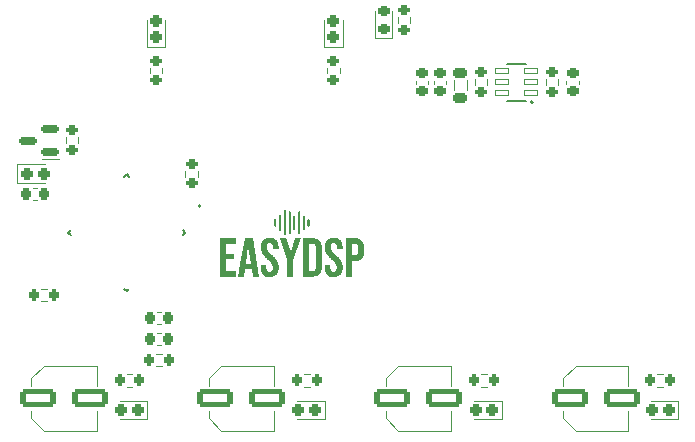
<source format=gto>
G04 #@! TF.GenerationSoftware,KiCad,Pcbnew,7.0.2*
G04 #@! TF.CreationDate,2024-02-24T12:26:05+01:00*
G04 #@! TF.ProjectId,dsp_board,6473705f-626f-4617-9264-2e6b69636164,rev?*
G04 #@! TF.SameCoordinates,Original*
G04 #@! TF.FileFunction,Legend,Top*
G04 #@! TF.FilePolarity,Positive*
%FSLAX46Y46*%
G04 Gerber Fmt 4.6, Leading zero omitted, Abs format (unit mm)*
G04 Created by KiCad (PCBNEW 7.0.2) date 2024-02-24 12:26:05*
%MOMM*%
%LPD*%
G01*
G04 APERTURE LIST*
G04 Aperture macros list*
%AMRoundRect*
0 Rectangle with rounded corners*
0 $1 Rounding radius*
0 $2 $3 $4 $5 $6 $7 $8 $9 X,Y pos of 4 corners*
0 Add a 4 corners polygon primitive as box body*
4,1,4,$2,$3,$4,$5,$6,$7,$8,$9,$2,$3,0*
0 Add four circle primitives for the rounded corners*
1,1,$1+$1,$2,$3*
1,1,$1+$1,$4,$5*
1,1,$1+$1,$6,$7*
1,1,$1+$1,$8,$9*
0 Add four rect primitives between the rounded corners*
20,1,$1+$1,$2,$3,$4,$5,0*
20,1,$1+$1,$4,$5,$6,$7,0*
20,1,$1+$1,$6,$7,$8,$9,0*
20,1,$1+$1,$8,$9,$2,$3,0*%
%AMHorizOval*
0 Thick line with rounded ends*
0 $1 width*
0 $2 $3 position (X,Y) of the first rounded end (center of the circle)*
0 $4 $5 position (X,Y) of the second rounded end (center of the circle)*
0 Add line between two ends*
20,1,$1,$2,$3,$4,$5,0*
0 Add two circle primitives to create the rounded ends*
1,1,$1,$2,$3*
1,1,$1,$4,$5*%
G04 Aperture macros list end*
%ADD10C,0.120000*%
%ADD11C,0.127000*%
%ADD12C,0.200000*%
%ADD13RoundRect,0.218750X-0.381250X0.218750X-0.381250X-0.218750X0.381250X-0.218750X0.381250X0.218750X0*%
%ADD14RoundRect,0.200000X-0.200000X-0.275000X0.200000X-0.275000X0.200000X0.275000X-0.200000X0.275000X0*%
%ADD15O,4.000000X2.000000*%
%ADD16O,1.700000X3.400000*%
%ADD17RoundRect,0.225000X0.225000X0.250000X-0.225000X0.250000X-0.225000X-0.250000X0.225000X-0.250000X0*%
%ADD18R,3.500000X1.200000*%
%ADD19RoundRect,0.250000X0.275000X-0.287500X0.275000X0.287500X-0.275000X0.287500X-0.275000X-0.287500X0*%
%ADD20RoundRect,0.200000X0.275000X-0.200000X0.275000X0.200000X-0.275000X0.200000X-0.275000X-0.200000X0*%
%ADD21RoundRect,0.200000X-0.275000X0.200000X-0.275000X-0.200000X0.275000X-0.200000X0.275000X0.200000X0*%
%ADD22RoundRect,0.250000X-1.250000X-0.550000X1.250000X-0.550000X1.250000X0.550000X-1.250000X0.550000X0*%
%ADD23RoundRect,0.250000X0.287500X0.275000X-0.287500X0.275000X-0.287500X-0.275000X0.287500X-0.275000X0*%
%ADD24RoundRect,0.225000X-0.250000X0.225000X-0.250000X-0.225000X0.250000X-0.225000X0.250000X0.225000X0*%
%ADD25RoundRect,0.225000X0.250000X-0.225000X0.250000X0.225000X-0.250000X0.225000X-0.250000X-0.225000X0*%
%ADD26RoundRect,0.040600X0.564400X0.249400X-0.564400X0.249400X-0.564400X-0.249400X0.564400X-0.249400X0*%
%ADD27R,0.900000X1.500000*%
%ADD28R,1.500000X0.900000*%
%ADD29R,0.900000X0.900000*%
%ADD30RoundRect,0.200000X0.200000X0.275000X-0.200000X0.275000X-0.200000X-0.275000X0.200000X-0.275000X0*%
%ADD31RoundRect,0.250000X-0.287500X-0.275000X0.287500X-0.275000X0.287500X0.275000X-0.287500X0.275000X0*%
%ADD32HorizOval,0.280000X-0.452548X-0.452548X0.452548X0.452548X0*%
%ADD33HorizOval,0.280000X-0.452548X0.452548X0.452548X-0.452548X0*%
%ADD34C,0.800000*%
%ADD35R,0.600000X1.250000*%
%ADD36R,0.300000X1.250000*%
%ADD37O,1.000000X2.000000*%
%ADD38RoundRect,0.150000X0.587500X0.150000X-0.587500X0.150000X-0.587500X-0.150000X0.587500X-0.150000X0*%
%ADD39RoundRect,0.218750X0.256250X-0.218750X0.256250X0.218750X-0.256250X0.218750X-0.256250X-0.218750X0*%
G04 APERTURE END LIST*
D10*
X72810000Y-99100378D02*
X72810000Y-99899622D01*
X71690000Y-99100378D02*
X71690000Y-99899622D01*
X36762742Y-116727500D02*
X37237258Y-116727500D01*
X36762742Y-117772500D02*
X37237258Y-117772500D01*
X46890580Y-121510000D02*
X46609420Y-121510000D01*
X46890580Y-120490000D02*
X46609420Y-120490000D01*
X45715000Y-96260000D02*
X47285000Y-96260000D01*
X47285000Y-96260000D02*
X47285000Y-93950000D01*
X45715000Y-93950000D02*
X45715000Y-96260000D01*
X48977500Y-107237258D02*
X48977500Y-106762742D01*
X50022500Y-107237258D02*
X50022500Y-106762742D01*
X80522500Y-99012742D02*
X80522500Y-99487258D01*
X79477500Y-99012742D02*
X79477500Y-99487258D01*
X60977500Y-98487258D02*
X60977500Y-98012742D01*
X62022500Y-98487258D02*
X62022500Y-98012742D01*
X46890580Y-119760000D02*
X46609420Y-119760000D01*
X46890580Y-118740000D02*
X46609420Y-118740000D01*
X35940000Y-124304437D02*
X35940000Y-124940000D01*
X35940000Y-124304437D02*
X37004437Y-123240000D01*
X35940000Y-127695563D02*
X35940000Y-127060000D01*
X35940000Y-127695563D02*
X37004437Y-128760000D01*
X37004437Y-123240000D02*
X41460000Y-123240000D01*
X37004437Y-128760000D02*
X41460000Y-128760000D01*
X41460000Y-123240000D02*
X41460000Y-124940000D01*
X41460000Y-128760000D02*
X41460000Y-127060000D01*
X75760000Y-127785000D02*
X75760000Y-126215000D01*
X75760000Y-126215000D02*
X73450000Y-126215000D01*
X73450000Y-127785000D02*
X75760000Y-127785000D01*
X74522500Y-99012742D02*
X74522500Y-99487258D01*
X73477500Y-99012742D02*
X73477500Y-99487258D01*
X66977500Y-94237258D02*
X66977500Y-93762742D01*
X68022500Y-94237258D02*
X68022500Y-93762742D01*
X90685000Y-127785000D02*
X90685000Y-126215000D01*
X90685000Y-126215000D02*
X88375000Y-126215000D01*
X88375000Y-127785000D02*
X90685000Y-127785000D01*
X45977500Y-98487258D02*
X45977500Y-98012742D01*
X47022500Y-98487258D02*
X47022500Y-98012742D01*
X82260000Y-99109420D02*
X82260000Y-99390580D01*
X81240000Y-99109420D02*
X81240000Y-99390580D01*
X68490000Y-99390580D02*
X68490000Y-99109420D01*
X69510000Y-99390580D02*
X69510000Y-99109420D01*
X45760000Y-127785000D02*
X45760000Y-126215000D01*
X45760000Y-126215000D02*
X43450000Y-126215000D01*
X43450000Y-127785000D02*
X45760000Y-127785000D01*
X60760000Y-127785000D02*
X60760000Y-126215000D01*
X60760000Y-126215000D02*
X58450000Y-126215000D01*
X58450000Y-127785000D02*
X60760000Y-127785000D01*
X80940000Y-124304437D02*
X80940000Y-124940000D01*
X80940000Y-124304437D02*
X82004437Y-123240000D01*
X80940000Y-127695563D02*
X80940000Y-127060000D01*
X80940000Y-127695563D02*
X82004437Y-128760000D01*
X82004437Y-123240000D02*
X86460000Y-123240000D01*
X82004437Y-128760000D02*
X86460000Y-128760000D01*
X86460000Y-123240000D02*
X86460000Y-124940000D01*
X86460000Y-128760000D02*
X86460000Y-127060000D01*
X36390580Y-109260000D02*
X36109420Y-109260000D01*
X36390580Y-108240000D02*
X36109420Y-108240000D01*
X65940000Y-124304437D02*
X65940000Y-124940000D01*
X65940000Y-124304437D02*
X67004437Y-123240000D01*
X65940000Y-127695563D02*
X65940000Y-127060000D01*
X65940000Y-127695563D02*
X67004437Y-128760000D01*
X67004437Y-123240000D02*
X71460000Y-123240000D01*
X67004437Y-128760000D02*
X71460000Y-128760000D01*
X71460000Y-123240000D02*
X71460000Y-124940000D01*
X71460000Y-128760000D02*
X71460000Y-127060000D01*
X46487742Y-122227500D02*
X46962258Y-122227500D01*
X46487742Y-123272500D02*
X46962258Y-123272500D01*
D11*
X77800000Y-97690000D02*
X76200000Y-97690000D01*
X76200000Y-100810000D02*
X77800000Y-100810000D01*
D12*
X78400000Y-100950000D02*
G75*
G03*
X78400000Y-100950000I-100000J0D01*
G01*
D10*
X89412258Y-125022500D02*
X88937742Y-125022500D01*
X89412258Y-123977500D02*
X88937742Y-123977500D01*
X34740000Y-106215000D02*
X34740000Y-107785000D01*
X34740000Y-107785000D02*
X37050000Y-107785000D01*
X37050000Y-106215000D02*
X34740000Y-106215000D01*
X44487258Y-125022500D02*
X44012742Y-125022500D01*
X44487258Y-123977500D02*
X44012742Y-123977500D01*
X50940000Y-124304437D02*
X50940000Y-124940000D01*
X50940000Y-124304437D02*
X52004437Y-123240000D01*
X50940000Y-127695563D02*
X50940000Y-127060000D01*
X50940000Y-127695563D02*
X52004437Y-128760000D01*
X52004437Y-123240000D02*
X56460000Y-123240000D01*
X52004437Y-128760000D02*
X56460000Y-128760000D01*
X56460000Y-123240000D02*
X56460000Y-124940000D01*
X56460000Y-128760000D02*
X56460000Y-127060000D01*
D11*
X48949747Y-112000000D02*
X48744687Y-112205061D01*
X48744687Y-111794939D02*
X48949747Y-112000000D01*
X44000000Y-107050253D02*
X44205061Y-107255313D01*
X43794939Y-107255313D02*
X44000000Y-107050253D01*
X44205061Y-116744687D02*
X44000000Y-116949747D01*
X44000000Y-116949747D02*
X43794939Y-116744687D01*
X39050253Y-112000000D02*
X39255313Y-111794939D01*
X39050253Y-112000000D02*
X39255313Y-112205061D01*
D12*
X50258900Y-109730187D02*
G75*
G03*
X50258900Y-109730187I-100000J0D01*
G01*
G36*
X57881047Y-113648595D02*
G01*
X57890340Y-113648595D01*
X58238841Y-112454395D01*
X58736036Y-112454395D01*
X58118027Y-114322364D01*
X58118027Y-115707076D01*
X57606891Y-115707076D01*
X57606891Y-114322364D01*
X56988882Y-112454395D01*
X57532545Y-112454395D01*
X57881047Y-113648595D01*
G37*
G36*
X53295695Y-112919065D02*
G01*
X52412825Y-112919065D01*
X52412825Y-113778701D01*
X53114475Y-113778701D01*
X53114475Y-114243370D01*
X52412825Y-114243370D01*
X52412825Y-115242408D01*
X53295695Y-115242408D01*
X53295695Y-115707076D01*
X51901689Y-115707076D01*
X51901689Y-112454395D01*
X53295695Y-112454395D01*
X53295695Y-112919065D01*
G37*
G36*
X55205484Y-115707076D02*
G01*
X54694349Y-115707076D01*
X54601415Y-115061187D01*
X54601415Y-115070480D01*
X54020579Y-115070480D01*
X53927645Y-115707076D01*
X53453683Y-115707076D01*
X53629248Y-114629045D01*
X54080986Y-114629045D01*
X54541008Y-114629045D01*
X54313320Y-113021292D01*
X54304027Y-113021292D01*
X54080986Y-114629045D01*
X53629248Y-114629045D01*
X53983405Y-112454395D01*
X54675762Y-112454395D01*
X55205484Y-115707076D01*
G37*
G36*
X56597723Y-110835989D02*
G01*
X56602448Y-110836348D01*
X56607103Y-110836939D01*
X56611683Y-110837757D01*
X56616183Y-110838795D01*
X56620595Y-110840048D01*
X56624915Y-110841510D01*
X56629137Y-110843175D01*
X56633254Y-110845037D01*
X56637262Y-110847090D01*
X56641154Y-110849328D01*
X56644924Y-110851747D01*
X56648567Y-110854338D01*
X56652077Y-110857098D01*
X56655448Y-110860020D01*
X56658674Y-110863097D01*
X56661749Y-110866326D01*
X56664668Y-110869698D01*
X56667425Y-110873209D01*
X56670014Y-110876853D01*
X56672430Y-110880624D01*
X56674665Y-110884516D01*
X56676716Y-110888523D01*
X56678575Y-110892639D01*
X56680237Y-110896859D01*
X56681696Y-110901176D01*
X56682947Y-110905585D01*
X56683983Y-110910080D01*
X56684800Y-110914655D01*
X56685390Y-110919304D01*
X56685748Y-110924022D01*
X56685869Y-110928802D01*
X56685869Y-111393470D01*
X56685748Y-111398250D01*
X56685390Y-111402968D01*
X56684800Y-111407617D01*
X56683983Y-111412192D01*
X56682947Y-111416687D01*
X56681696Y-111421096D01*
X56680237Y-111425414D01*
X56678575Y-111429633D01*
X56676716Y-111433749D01*
X56674665Y-111437756D01*
X56672430Y-111441648D01*
X56670014Y-111445419D01*
X56667425Y-111449063D01*
X56664668Y-111452574D01*
X56661749Y-111455946D01*
X56658674Y-111459175D01*
X56655448Y-111462252D01*
X56652077Y-111465174D01*
X56648567Y-111467934D01*
X56644924Y-111470526D01*
X56641154Y-111472944D01*
X56637262Y-111475182D01*
X56633254Y-111477235D01*
X56629137Y-111479097D01*
X56624915Y-111480762D01*
X56620595Y-111482224D01*
X56616183Y-111483477D01*
X56611683Y-111484515D01*
X56607103Y-111485333D01*
X56602448Y-111485924D01*
X56597723Y-111486283D01*
X56592935Y-111486404D01*
X56588147Y-111486283D01*
X56583422Y-111485924D01*
X56578767Y-111485333D01*
X56574187Y-111484515D01*
X56569687Y-111483477D01*
X56565275Y-111482224D01*
X56560955Y-111480762D01*
X56556733Y-111479097D01*
X56552615Y-111477235D01*
X56548608Y-111475182D01*
X56544716Y-111472944D01*
X56540946Y-111470526D01*
X56537303Y-111467934D01*
X56533793Y-111465174D01*
X56530422Y-111462252D01*
X56527196Y-111459175D01*
X56524120Y-111455946D01*
X56521201Y-111452574D01*
X56518444Y-111449063D01*
X56515855Y-111445419D01*
X56513440Y-111441648D01*
X56511204Y-111437756D01*
X56509154Y-111433749D01*
X56507294Y-111429633D01*
X56505632Y-111425414D01*
X56504173Y-111421096D01*
X56502922Y-111416687D01*
X56501886Y-111412192D01*
X56501070Y-111407617D01*
X56500480Y-111402968D01*
X56500121Y-111398250D01*
X56500000Y-111393470D01*
X56500000Y-110928802D01*
X56500121Y-110924022D01*
X56500480Y-110919304D01*
X56501070Y-110914655D01*
X56501886Y-110910080D01*
X56502922Y-110905585D01*
X56504173Y-110901176D01*
X56505632Y-110896859D01*
X56507294Y-110892639D01*
X56509154Y-110888523D01*
X56511204Y-110884516D01*
X56513440Y-110880624D01*
X56515855Y-110876853D01*
X56518444Y-110873209D01*
X56521201Y-110869698D01*
X56524120Y-110866326D01*
X56527196Y-110863097D01*
X56530422Y-110860020D01*
X56533793Y-110857098D01*
X56537303Y-110854338D01*
X56540946Y-110851747D01*
X56544716Y-110849328D01*
X56548608Y-110847090D01*
X56552615Y-110845037D01*
X56556733Y-110843175D01*
X56560955Y-110841510D01*
X56565275Y-110840048D01*
X56569687Y-110838795D01*
X56574187Y-110837757D01*
X56578767Y-110836939D01*
X56583422Y-110836348D01*
X56588147Y-110835989D01*
X56592935Y-110835868D01*
X56597723Y-110835989D01*
G37*
G36*
X56997722Y-110464254D02*
G01*
X57002447Y-110464613D01*
X57007102Y-110465204D01*
X57011682Y-110466022D01*
X57016181Y-110467060D01*
X57020594Y-110468313D01*
X57024914Y-110469775D01*
X57029136Y-110471440D01*
X57033253Y-110473302D01*
X57037261Y-110475355D01*
X57041153Y-110477593D01*
X57044923Y-110480012D01*
X57048566Y-110482603D01*
X57052076Y-110485363D01*
X57055447Y-110488285D01*
X57058673Y-110491363D01*
X57061748Y-110494591D01*
X57064667Y-110497963D01*
X57067424Y-110501474D01*
X57070013Y-110505118D01*
X57072429Y-110508889D01*
X57074664Y-110512781D01*
X57076715Y-110516788D01*
X57078574Y-110520904D01*
X57080236Y-110525124D01*
X57081695Y-110529441D01*
X57082946Y-110533850D01*
X57083982Y-110538345D01*
X57084798Y-110542920D01*
X57085389Y-110547569D01*
X57085747Y-110552287D01*
X57085868Y-110557067D01*
X57085868Y-111765205D01*
X57085747Y-111769985D01*
X57085389Y-111774703D01*
X57084798Y-111779352D01*
X57083982Y-111783927D01*
X57082946Y-111788422D01*
X57081695Y-111792831D01*
X57080236Y-111797148D01*
X57078574Y-111801368D01*
X57076715Y-111805484D01*
X57074664Y-111809491D01*
X57072429Y-111813383D01*
X57070013Y-111817154D01*
X57067424Y-111820798D01*
X57064667Y-111824309D01*
X57061748Y-111827681D01*
X57058673Y-111830910D01*
X57055447Y-111833987D01*
X57052076Y-111836909D01*
X57048566Y-111839669D01*
X57044923Y-111842261D01*
X57041153Y-111844679D01*
X57037261Y-111846917D01*
X57033253Y-111848970D01*
X57029136Y-111850832D01*
X57024914Y-111852497D01*
X57020594Y-111853959D01*
X57016181Y-111855212D01*
X57011682Y-111856250D01*
X57007102Y-111857068D01*
X57002447Y-111857659D01*
X56997722Y-111858018D01*
X56992934Y-111858139D01*
X56988146Y-111858018D01*
X56983421Y-111857659D01*
X56978766Y-111857068D01*
X56974186Y-111856250D01*
X56969686Y-111855212D01*
X56965274Y-111853959D01*
X56960954Y-111852497D01*
X56956732Y-111850832D01*
X56952615Y-111848970D01*
X56948607Y-111846917D01*
X56944715Y-111844679D01*
X56940945Y-111842261D01*
X56937302Y-111839669D01*
X56933792Y-111836909D01*
X56930421Y-111833987D01*
X56927195Y-111830910D01*
X56924120Y-111827681D01*
X56921201Y-111824309D01*
X56918444Y-111820798D01*
X56915855Y-111817154D01*
X56913439Y-111813383D01*
X56911204Y-111809491D01*
X56909153Y-111805484D01*
X56907294Y-111801368D01*
X56905632Y-111797148D01*
X56904173Y-111792831D01*
X56902922Y-111788422D01*
X56901886Y-111783927D01*
X56901070Y-111779352D01*
X56900480Y-111774703D01*
X56900121Y-111769985D01*
X56900000Y-111765205D01*
X56900000Y-110557067D01*
X56900121Y-110552287D01*
X56900480Y-110547569D01*
X56901070Y-110542920D01*
X56901886Y-110538345D01*
X56902922Y-110533850D01*
X56904173Y-110529441D01*
X56905632Y-110525124D01*
X56907294Y-110520904D01*
X56909153Y-110516788D01*
X56911204Y-110512781D01*
X56913439Y-110508889D01*
X56915855Y-110505118D01*
X56918444Y-110501474D01*
X56921201Y-110497963D01*
X56924120Y-110494591D01*
X56927195Y-110491363D01*
X56930421Y-110488285D01*
X56933792Y-110485363D01*
X56937302Y-110482603D01*
X56940945Y-110480012D01*
X56944715Y-110477593D01*
X56948607Y-110475355D01*
X56952615Y-110473302D01*
X56956732Y-110471440D01*
X56960954Y-110469775D01*
X56965274Y-110468313D01*
X56969686Y-110467060D01*
X56974186Y-110466022D01*
X56978766Y-110465204D01*
X56983421Y-110464613D01*
X56988146Y-110464254D01*
X56992934Y-110464133D01*
X56997722Y-110464254D01*
G37*
G36*
X57411854Y-110092519D02*
G01*
X57416579Y-110092878D01*
X57421234Y-110093469D01*
X57425814Y-110094287D01*
X57430314Y-110095325D01*
X57434726Y-110096578D01*
X57439046Y-110098040D01*
X57443268Y-110099705D01*
X57447386Y-110101567D01*
X57451393Y-110103620D01*
X57455285Y-110105858D01*
X57459055Y-110108277D01*
X57462698Y-110110868D01*
X57466208Y-110113628D01*
X57469579Y-110116550D01*
X57472805Y-110119628D01*
X57475880Y-110122856D01*
X57478800Y-110126228D01*
X57481557Y-110129739D01*
X57484146Y-110133383D01*
X57486561Y-110137154D01*
X57488796Y-110141046D01*
X57490847Y-110145053D01*
X57492706Y-110149169D01*
X57494368Y-110153389D01*
X57495827Y-110157706D01*
X57497078Y-110162115D01*
X57498114Y-110166610D01*
X57498930Y-110171185D01*
X57499521Y-110175834D01*
X57499879Y-110180552D01*
X57500000Y-110185332D01*
X57500000Y-112136940D01*
X57499879Y-112141720D01*
X57499521Y-112146438D01*
X57498930Y-112151087D01*
X57498114Y-112155662D01*
X57497078Y-112160157D01*
X57495827Y-112164566D01*
X57494368Y-112168883D01*
X57492706Y-112173103D01*
X57490847Y-112177219D01*
X57488796Y-112181226D01*
X57486561Y-112185118D01*
X57484146Y-112188889D01*
X57481557Y-112192533D01*
X57478800Y-112196044D01*
X57475880Y-112199416D01*
X57472805Y-112202644D01*
X57469579Y-112205722D01*
X57466208Y-112208644D01*
X57462698Y-112211404D01*
X57459055Y-112213995D01*
X57455285Y-112216414D01*
X57451393Y-112218652D01*
X57447386Y-112220705D01*
X57443268Y-112222567D01*
X57439046Y-112224232D01*
X57434726Y-112225694D01*
X57430314Y-112226947D01*
X57425814Y-112227985D01*
X57421234Y-112228803D01*
X57416579Y-112229394D01*
X57411854Y-112229753D01*
X57407066Y-112229874D01*
X57402278Y-112229753D01*
X57397553Y-112229394D01*
X57392898Y-112228803D01*
X57388318Y-112227985D01*
X57383818Y-112226947D01*
X57379406Y-112225694D01*
X57375086Y-112224232D01*
X57370864Y-112222567D01*
X57366747Y-112220705D01*
X57362739Y-112218652D01*
X57358847Y-112216414D01*
X57355077Y-112213995D01*
X57351434Y-112211404D01*
X57347924Y-112208644D01*
X57344553Y-112205722D01*
X57341327Y-112202644D01*
X57338252Y-112199416D01*
X57335332Y-112196044D01*
X57332576Y-112192533D01*
X57329987Y-112188889D01*
X57327571Y-112185118D01*
X57325336Y-112181226D01*
X57323285Y-112177219D01*
X57321426Y-112173103D01*
X57319764Y-112168883D01*
X57318305Y-112164566D01*
X57317054Y-112160157D01*
X57316018Y-112155662D01*
X57315202Y-112151087D01*
X57314611Y-112146438D01*
X57314253Y-112141720D01*
X57314132Y-112136940D01*
X57314132Y-110185332D01*
X57314253Y-110180552D01*
X57314611Y-110175834D01*
X57315202Y-110171185D01*
X57316018Y-110166610D01*
X57317054Y-110162115D01*
X57318305Y-110157706D01*
X57319764Y-110153389D01*
X57321426Y-110149169D01*
X57323285Y-110145053D01*
X57325336Y-110141046D01*
X57327571Y-110137154D01*
X57329987Y-110133383D01*
X57332576Y-110129739D01*
X57335332Y-110126228D01*
X57338252Y-110122856D01*
X57341327Y-110119628D01*
X57344553Y-110116550D01*
X57347924Y-110113628D01*
X57351434Y-110110868D01*
X57355077Y-110108277D01*
X57358847Y-110105858D01*
X57362739Y-110103620D01*
X57366747Y-110101567D01*
X57370864Y-110099705D01*
X57375086Y-110098040D01*
X57379406Y-110096578D01*
X57383818Y-110095325D01*
X57388318Y-110094287D01*
X57392898Y-110093469D01*
X57397553Y-110092878D01*
X57402278Y-110092519D01*
X57407066Y-110092398D01*
X57411854Y-110092519D01*
G37*
G36*
X57811854Y-110185453D02*
G01*
X57816579Y-110185812D01*
X57821234Y-110186403D01*
X57825814Y-110187221D01*
X57830314Y-110188259D01*
X57834726Y-110189512D01*
X57839046Y-110190974D01*
X57843268Y-110192639D01*
X57847386Y-110194501D01*
X57851393Y-110196554D01*
X57855285Y-110198792D01*
X57859055Y-110201210D01*
X57862698Y-110203802D01*
X57866208Y-110206562D01*
X57869579Y-110209484D01*
X57872805Y-110212561D01*
X57875880Y-110215789D01*
X57878800Y-110219162D01*
X57881557Y-110222673D01*
X57884146Y-110226317D01*
X57886561Y-110230088D01*
X57888796Y-110233979D01*
X57890847Y-110237986D01*
X57892706Y-110242103D01*
X57894368Y-110246322D01*
X57895827Y-110250640D01*
X57897078Y-110255049D01*
X57898114Y-110259544D01*
X57898930Y-110264119D01*
X57899521Y-110268768D01*
X57899879Y-110273485D01*
X57900000Y-110278265D01*
X57900000Y-112044007D01*
X57899879Y-112048787D01*
X57899521Y-112053504D01*
X57898930Y-112058153D01*
X57898114Y-112062728D01*
X57897078Y-112067223D01*
X57895827Y-112071632D01*
X57894368Y-112075950D01*
X57892706Y-112080169D01*
X57890847Y-112084286D01*
X57888796Y-112088293D01*
X57886561Y-112092184D01*
X57884146Y-112095955D01*
X57881557Y-112099599D01*
X57878800Y-112103110D01*
X57875880Y-112106483D01*
X57872805Y-112109711D01*
X57869579Y-112112789D01*
X57866208Y-112115710D01*
X57862698Y-112118470D01*
X57859055Y-112121062D01*
X57855285Y-112123480D01*
X57851393Y-112125718D01*
X57847386Y-112127772D01*
X57843268Y-112129633D01*
X57839046Y-112131298D01*
X57834726Y-112132760D01*
X57830314Y-112134013D01*
X57825814Y-112135051D01*
X57821234Y-112135869D01*
X57816579Y-112136460D01*
X57811854Y-112136819D01*
X57807066Y-112136940D01*
X57802278Y-112136819D01*
X57797553Y-112136460D01*
X57792898Y-112135869D01*
X57788318Y-112135051D01*
X57783819Y-112134013D01*
X57779406Y-112132760D01*
X57775086Y-112131298D01*
X57770864Y-112129633D01*
X57766747Y-112127772D01*
X57762739Y-112125718D01*
X57758847Y-112123480D01*
X57755077Y-112121062D01*
X57751434Y-112118470D01*
X57747924Y-112115710D01*
X57744554Y-112112789D01*
X57741327Y-112109711D01*
X57738252Y-112106483D01*
X57735333Y-112103110D01*
X57732576Y-112099599D01*
X57729987Y-112095955D01*
X57727571Y-112092184D01*
X57725336Y-112088293D01*
X57723285Y-112084286D01*
X57721426Y-112080169D01*
X57719764Y-112075950D01*
X57718305Y-112071632D01*
X57717054Y-112067223D01*
X57716018Y-112062728D01*
X57715202Y-112058153D01*
X57714611Y-112053504D01*
X57714253Y-112048787D01*
X57714132Y-112044007D01*
X57714132Y-110278265D01*
X57714253Y-110273485D01*
X57714611Y-110268768D01*
X57715202Y-110264119D01*
X57716018Y-110259544D01*
X57717054Y-110255049D01*
X57718305Y-110250640D01*
X57719764Y-110246322D01*
X57721426Y-110242103D01*
X57723285Y-110237986D01*
X57725336Y-110233979D01*
X57727571Y-110230088D01*
X57729987Y-110226317D01*
X57732576Y-110222673D01*
X57735333Y-110219162D01*
X57738252Y-110215789D01*
X57741327Y-110212561D01*
X57744554Y-110209484D01*
X57747924Y-110206562D01*
X57751434Y-110203802D01*
X57755077Y-110201210D01*
X57758847Y-110198792D01*
X57762739Y-110196554D01*
X57766747Y-110194501D01*
X57770864Y-110192639D01*
X57775086Y-110190974D01*
X57779406Y-110189512D01*
X57783819Y-110188259D01*
X57788318Y-110187221D01*
X57792898Y-110186403D01*
X57797553Y-110185812D01*
X57802278Y-110185453D01*
X57807066Y-110185332D01*
X57811854Y-110185453D01*
G37*
G36*
X58197723Y-110557188D02*
G01*
X58202448Y-110557547D01*
X58207103Y-110558138D01*
X58211683Y-110558956D01*
X58216182Y-110559994D01*
X58220595Y-110561247D01*
X58224915Y-110562709D01*
X58229137Y-110564374D01*
X58233254Y-110566235D01*
X58237262Y-110568289D01*
X58241153Y-110570527D01*
X58244924Y-110572945D01*
X58248567Y-110575537D01*
X58252077Y-110578297D01*
X58255447Y-110581218D01*
X58258674Y-110584296D01*
X58261749Y-110587524D01*
X58264668Y-110590897D01*
X58267425Y-110594408D01*
X58270014Y-110598052D01*
X58272430Y-110601823D01*
X58274665Y-110605714D01*
X58276716Y-110609721D01*
X58278575Y-110613838D01*
X58280237Y-110618057D01*
X58281696Y-110622375D01*
X58282947Y-110626784D01*
X58283983Y-110631279D01*
X58284799Y-110635854D01*
X58285390Y-110640503D01*
X58285748Y-110645220D01*
X58285869Y-110650000D01*
X58285869Y-111672272D01*
X58285748Y-111677052D01*
X58285390Y-111681769D01*
X58284799Y-111686418D01*
X58283983Y-111690993D01*
X58282947Y-111695488D01*
X58281696Y-111699897D01*
X58280237Y-111704215D01*
X58278575Y-111708434D01*
X58276716Y-111712551D01*
X58274665Y-111716558D01*
X58272430Y-111720449D01*
X58270014Y-111724220D01*
X58267425Y-111727864D01*
X58264668Y-111731375D01*
X58261749Y-111734748D01*
X58258674Y-111737976D01*
X58255447Y-111741054D01*
X58252077Y-111743975D01*
X58248567Y-111746735D01*
X58244924Y-111749327D01*
X58241153Y-111751745D01*
X58237262Y-111753983D01*
X58233254Y-111756037D01*
X58229137Y-111757898D01*
X58224915Y-111759563D01*
X58220595Y-111761025D01*
X58216182Y-111762278D01*
X58211683Y-111763316D01*
X58207103Y-111764134D01*
X58202448Y-111764725D01*
X58197723Y-111765084D01*
X58192935Y-111765205D01*
X58188147Y-111765084D01*
X58183422Y-111764725D01*
X58178767Y-111764134D01*
X58174186Y-111763316D01*
X58169687Y-111762278D01*
X58165275Y-111761025D01*
X58160955Y-111759563D01*
X58156733Y-111757898D01*
X58152615Y-111756037D01*
X58148608Y-111753983D01*
X58144716Y-111751745D01*
X58140945Y-111749327D01*
X58137302Y-111746735D01*
X58133793Y-111743975D01*
X58130422Y-111741054D01*
X58127196Y-111737976D01*
X58124120Y-111734748D01*
X58121201Y-111731375D01*
X58118444Y-111727864D01*
X58115855Y-111724220D01*
X58113439Y-111720449D01*
X58111204Y-111716558D01*
X58109153Y-111712551D01*
X58107294Y-111708434D01*
X58105632Y-111704215D01*
X58104173Y-111699897D01*
X58102922Y-111695488D01*
X58101886Y-111690993D01*
X58101070Y-111686418D01*
X58100479Y-111681769D01*
X58100121Y-111677052D01*
X58100000Y-111672272D01*
X58100000Y-110650000D01*
X58100121Y-110645220D01*
X58100479Y-110640503D01*
X58101070Y-110635854D01*
X58101886Y-110631279D01*
X58102922Y-110626784D01*
X58104173Y-110622375D01*
X58105632Y-110618057D01*
X58107294Y-110613838D01*
X58109153Y-110609721D01*
X58111204Y-110605714D01*
X58113439Y-110601823D01*
X58115855Y-110598052D01*
X58118444Y-110594408D01*
X58121201Y-110590897D01*
X58124120Y-110587524D01*
X58127196Y-110584296D01*
X58130422Y-110581218D01*
X58133793Y-110578297D01*
X58137302Y-110575537D01*
X58140945Y-110572945D01*
X58144716Y-110570527D01*
X58148608Y-110568289D01*
X58152615Y-110566235D01*
X58156733Y-110564374D01*
X58160955Y-110562709D01*
X58165275Y-110561247D01*
X58169687Y-110559994D01*
X58174186Y-110558956D01*
X58178767Y-110558138D01*
X58183422Y-110557547D01*
X58188147Y-110557188D01*
X58192935Y-110557067D01*
X58197723Y-110557188D01*
G37*
G36*
X58611854Y-110185453D02*
G01*
X58616579Y-110185812D01*
X58621234Y-110186403D01*
X58625815Y-110187221D01*
X58630314Y-110188259D01*
X58634727Y-110189512D01*
X58639047Y-110190974D01*
X58643268Y-110192639D01*
X58647386Y-110194501D01*
X58651393Y-110196554D01*
X58655285Y-110198792D01*
X58659056Y-110201210D01*
X58662699Y-110203802D01*
X58666208Y-110206562D01*
X58669579Y-110209484D01*
X58672805Y-110212561D01*
X58675881Y-110215789D01*
X58678800Y-110219162D01*
X58681557Y-110222673D01*
X58684146Y-110226317D01*
X58686561Y-110230088D01*
X58688797Y-110233979D01*
X58690847Y-110237986D01*
X58692706Y-110242103D01*
X58694368Y-110246322D01*
X58695827Y-110250640D01*
X58697078Y-110255049D01*
X58698114Y-110259544D01*
X58698930Y-110264119D01*
X58699521Y-110268768D01*
X58699879Y-110273485D01*
X58700000Y-110278265D01*
X58700000Y-112044007D01*
X58699879Y-112048787D01*
X58699521Y-112053504D01*
X58698930Y-112058153D01*
X58698114Y-112062728D01*
X58697078Y-112067223D01*
X58695827Y-112071632D01*
X58694368Y-112075950D01*
X58692706Y-112080169D01*
X58690846Y-112084286D01*
X58688796Y-112088293D01*
X58686560Y-112092184D01*
X58684145Y-112095955D01*
X58681556Y-112099599D01*
X58678799Y-112103110D01*
X58675880Y-112106483D01*
X58672804Y-112109711D01*
X58669578Y-112112789D01*
X58666208Y-112115710D01*
X58662698Y-112118470D01*
X58659055Y-112121062D01*
X58655284Y-112123480D01*
X58651393Y-112125718D01*
X58647385Y-112127772D01*
X58643267Y-112129633D01*
X58639046Y-112131298D01*
X58634726Y-112132760D01*
X58630313Y-112134013D01*
X58625814Y-112135051D01*
X58621234Y-112135869D01*
X58616579Y-112136460D01*
X58611854Y-112136819D01*
X58607066Y-112136940D01*
X58602278Y-112136819D01*
X58597553Y-112136460D01*
X58592898Y-112135869D01*
X58588318Y-112135051D01*
X58583818Y-112134013D01*
X58579406Y-112132760D01*
X58575086Y-112131298D01*
X58570864Y-112129633D01*
X58566746Y-112127772D01*
X58562739Y-112125718D01*
X58558847Y-112123480D01*
X58555077Y-112121062D01*
X58551434Y-112118470D01*
X58547924Y-112115710D01*
X58544553Y-112112789D01*
X58541327Y-112109711D01*
X58538252Y-112106483D01*
X58535332Y-112103110D01*
X58532575Y-112099599D01*
X58529986Y-112095955D01*
X58527571Y-112092184D01*
X58525336Y-112088293D01*
X58523285Y-112084286D01*
X58521426Y-112080169D01*
X58519764Y-112075950D01*
X58518305Y-112071632D01*
X58517054Y-112067223D01*
X58516018Y-112062728D01*
X58515201Y-112058153D01*
X58514611Y-112053504D01*
X58514253Y-112048787D01*
X58514132Y-112044007D01*
X58514132Y-110278265D01*
X58514253Y-110273485D01*
X58514611Y-110268768D01*
X58515201Y-110264119D01*
X58516018Y-110259544D01*
X58517054Y-110255049D01*
X58518305Y-110250640D01*
X58519764Y-110246322D01*
X58521426Y-110242103D01*
X58523285Y-110237986D01*
X58525336Y-110233979D01*
X58527571Y-110230088D01*
X58529986Y-110226317D01*
X58532575Y-110222673D01*
X58535332Y-110219162D01*
X58538252Y-110215789D01*
X58541327Y-110212561D01*
X58544553Y-110209484D01*
X58547924Y-110206562D01*
X58551434Y-110203802D01*
X58555077Y-110201210D01*
X58558847Y-110198792D01*
X58562739Y-110196554D01*
X58566746Y-110194501D01*
X58570864Y-110192639D01*
X58575086Y-110190974D01*
X58579406Y-110189512D01*
X58583818Y-110188259D01*
X58588318Y-110187221D01*
X58592898Y-110186403D01*
X58597553Y-110185812D01*
X58602278Y-110185453D01*
X58607066Y-110185332D01*
X58611854Y-110185453D01*
G37*
G36*
X58997722Y-110557188D02*
G01*
X59002447Y-110557547D01*
X59007102Y-110558138D01*
X59011682Y-110558956D01*
X59016182Y-110559994D01*
X59020594Y-110561247D01*
X59024914Y-110562709D01*
X59029136Y-110564374D01*
X59033253Y-110566235D01*
X59037261Y-110568289D01*
X59041153Y-110570527D01*
X59044923Y-110572945D01*
X59048566Y-110575537D01*
X59052076Y-110578297D01*
X59055447Y-110581218D01*
X59058673Y-110584296D01*
X59061748Y-110587524D01*
X59064667Y-110590897D01*
X59067424Y-110594408D01*
X59070013Y-110598052D01*
X59072429Y-110601823D01*
X59074664Y-110605714D01*
X59076715Y-110609721D01*
X59078574Y-110613838D01*
X59080236Y-110618057D01*
X59081695Y-110622375D01*
X59082946Y-110626784D01*
X59083982Y-110631279D01*
X59084798Y-110635854D01*
X59085388Y-110640503D01*
X59085747Y-110645220D01*
X59085868Y-110650000D01*
X59085868Y-111672272D01*
X59085747Y-111677052D01*
X59085388Y-111681769D01*
X59084798Y-111686418D01*
X59083982Y-111690993D01*
X59082946Y-111695488D01*
X59081695Y-111699897D01*
X59080236Y-111704215D01*
X59078574Y-111708434D01*
X59076715Y-111712551D01*
X59074664Y-111716558D01*
X59072429Y-111720449D01*
X59070013Y-111724220D01*
X59067424Y-111727864D01*
X59064667Y-111731375D01*
X59061748Y-111734748D01*
X59058673Y-111737976D01*
X59055447Y-111741054D01*
X59052076Y-111743975D01*
X59048566Y-111746735D01*
X59044923Y-111749327D01*
X59041153Y-111751745D01*
X59037261Y-111753983D01*
X59033253Y-111756037D01*
X59029136Y-111757898D01*
X59024914Y-111759563D01*
X59020594Y-111761025D01*
X59016182Y-111762278D01*
X59011682Y-111763316D01*
X59007102Y-111764134D01*
X59002447Y-111764725D01*
X58997722Y-111765084D01*
X58992934Y-111765205D01*
X58988146Y-111765084D01*
X58983421Y-111764725D01*
X58978766Y-111764134D01*
X58974186Y-111763316D01*
X58969687Y-111762278D01*
X58965274Y-111761025D01*
X58960954Y-111759563D01*
X58956732Y-111757898D01*
X58952615Y-111756037D01*
X58948607Y-111753983D01*
X58944715Y-111751745D01*
X58940945Y-111749327D01*
X58937302Y-111746735D01*
X58933792Y-111743975D01*
X58930421Y-111741054D01*
X58927195Y-111737976D01*
X58924120Y-111734748D01*
X58921201Y-111731375D01*
X58918444Y-111727864D01*
X58915855Y-111724220D01*
X58913439Y-111720449D01*
X58911204Y-111716558D01*
X58909153Y-111712551D01*
X58907294Y-111708434D01*
X58905632Y-111704215D01*
X58904173Y-111699897D01*
X58902922Y-111695488D01*
X58901886Y-111690993D01*
X58901069Y-111686418D01*
X58900479Y-111681769D01*
X58900121Y-111677052D01*
X58900000Y-111672272D01*
X58900000Y-110650000D01*
X58900121Y-110645220D01*
X58900479Y-110640503D01*
X58901069Y-110635854D01*
X58901886Y-110631279D01*
X58902922Y-110626784D01*
X58904173Y-110622375D01*
X58905632Y-110618057D01*
X58907294Y-110613838D01*
X58909153Y-110609721D01*
X58911204Y-110605714D01*
X58913439Y-110601823D01*
X58915855Y-110598052D01*
X58918444Y-110594408D01*
X58921201Y-110590897D01*
X58924120Y-110587524D01*
X58927195Y-110584296D01*
X58930421Y-110581218D01*
X58933792Y-110578297D01*
X58937302Y-110575537D01*
X58940945Y-110572945D01*
X58944715Y-110570527D01*
X58948607Y-110568289D01*
X58952615Y-110566235D01*
X58956732Y-110564374D01*
X58960954Y-110562709D01*
X58965274Y-110561247D01*
X58969687Y-110559994D01*
X58974186Y-110558956D01*
X58978766Y-110558138D01*
X58983421Y-110557547D01*
X58988146Y-110557188D01*
X58992934Y-110557067D01*
X58997722Y-110557188D01*
G37*
G36*
X59397722Y-110835989D02*
G01*
X59402447Y-110836348D01*
X59407102Y-110836939D01*
X59411682Y-110837757D01*
X59416182Y-110838795D01*
X59420594Y-110840048D01*
X59424914Y-110841510D01*
X59429136Y-110843175D01*
X59433253Y-110845037D01*
X59437261Y-110847090D01*
X59441153Y-110849328D01*
X59444923Y-110851747D01*
X59448566Y-110854338D01*
X59452076Y-110857098D01*
X59455447Y-110860020D01*
X59458673Y-110863097D01*
X59461748Y-110866326D01*
X59464667Y-110869698D01*
X59467424Y-110873209D01*
X59470013Y-110876853D01*
X59472429Y-110880624D01*
X59474664Y-110884516D01*
X59476715Y-110888523D01*
X59478574Y-110892639D01*
X59480236Y-110896859D01*
X59481695Y-110901176D01*
X59482946Y-110905585D01*
X59483982Y-110910080D01*
X59484798Y-110914655D01*
X59485388Y-110919304D01*
X59485747Y-110924022D01*
X59485868Y-110928802D01*
X59485868Y-111393470D01*
X59485747Y-111398250D01*
X59485388Y-111402968D01*
X59484798Y-111407617D01*
X59483982Y-111412192D01*
X59482946Y-111416687D01*
X59481695Y-111421096D01*
X59480236Y-111425414D01*
X59478574Y-111429633D01*
X59476715Y-111433749D01*
X59474664Y-111437756D01*
X59472429Y-111441648D01*
X59470013Y-111445419D01*
X59467424Y-111449063D01*
X59464667Y-111452574D01*
X59461748Y-111455946D01*
X59458673Y-111459175D01*
X59455447Y-111462252D01*
X59452076Y-111465174D01*
X59448566Y-111467934D01*
X59444923Y-111470526D01*
X59441153Y-111472944D01*
X59437261Y-111475182D01*
X59433253Y-111477235D01*
X59429136Y-111479097D01*
X59424914Y-111480762D01*
X59420594Y-111482224D01*
X59416182Y-111483477D01*
X59411682Y-111484515D01*
X59407102Y-111485333D01*
X59402447Y-111485924D01*
X59397722Y-111486283D01*
X59392934Y-111486404D01*
X59388146Y-111486283D01*
X59383421Y-111485924D01*
X59378766Y-111485333D01*
X59374186Y-111484515D01*
X59369686Y-111483477D01*
X59365274Y-111482224D01*
X59360954Y-111480762D01*
X59356732Y-111479097D01*
X59352615Y-111477235D01*
X59348607Y-111475182D01*
X59344715Y-111472944D01*
X59340945Y-111470526D01*
X59337302Y-111467934D01*
X59333792Y-111465174D01*
X59330421Y-111462252D01*
X59327195Y-111459175D01*
X59324120Y-111455946D01*
X59321201Y-111452574D01*
X59318444Y-111449063D01*
X59315855Y-111445419D01*
X59313439Y-111441648D01*
X59311204Y-111437756D01*
X59309153Y-111433749D01*
X59307294Y-111429633D01*
X59305632Y-111425414D01*
X59304173Y-111421096D01*
X59302922Y-111416687D01*
X59301886Y-111412192D01*
X59301069Y-111407617D01*
X59300479Y-111402968D01*
X59300121Y-111398250D01*
X59300000Y-111393470D01*
X59300000Y-110928802D01*
X59300121Y-110924022D01*
X59300479Y-110919304D01*
X59301069Y-110914655D01*
X59301886Y-110910080D01*
X59302922Y-110905585D01*
X59304173Y-110901176D01*
X59305632Y-110896859D01*
X59307294Y-110892639D01*
X59309153Y-110888523D01*
X59311204Y-110884516D01*
X59313439Y-110880624D01*
X59315855Y-110876853D01*
X59318444Y-110873209D01*
X59321201Y-110869698D01*
X59324120Y-110866326D01*
X59327195Y-110863097D01*
X59330421Y-110860020D01*
X59333792Y-110857098D01*
X59337302Y-110854338D01*
X59340945Y-110851747D01*
X59344715Y-110849328D01*
X59348607Y-110847090D01*
X59352615Y-110845037D01*
X59356732Y-110843175D01*
X59360954Y-110841510D01*
X59365274Y-110840048D01*
X59369686Y-110838795D01*
X59374186Y-110837757D01*
X59378766Y-110836939D01*
X59383421Y-110836348D01*
X59388146Y-110835989D01*
X59392934Y-110835868D01*
X59397722Y-110835989D01*
G37*
G36*
X59795898Y-112455194D02*
G01*
X59841294Y-112457590D01*
X59885202Y-112461583D01*
X59927621Y-112467174D01*
X59968552Y-112474362D01*
X60007994Y-112483147D01*
X60045948Y-112493529D01*
X60082414Y-112505509D01*
X60117391Y-112519086D01*
X60150880Y-112534261D01*
X60182881Y-112551032D01*
X60213393Y-112569401D01*
X60242416Y-112589367D01*
X60269952Y-112610931D01*
X60295998Y-112634091D01*
X60320557Y-112658849D01*
X60343627Y-112685151D01*
X60365209Y-112712940D01*
X60385302Y-112742218D01*
X60403907Y-112772984D01*
X60421024Y-112805239D01*
X60436652Y-112838982D01*
X60450792Y-112874213D01*
X60463443Y-112910933D01*
X60474606Y-112949141D01*
X60484281Y-112988837D01*
X60492467Y-113030022D01*
X60499165Y-113072695D01*
X60504374Y-113116857D01*
X60508095Y-113162506D01*
X60510328Y-113209645D01*
X60511072Y-113258272D01*
X60511072Y-114903200D01*
X60510328Y-114951827D01*
X60508095Y-114998965D01*
X60504374Y-115044615D01*
X60499165Y-115088777D01*
X60492467Y-115131450D01*
X60484281Y-115172635D01*
X60474606Y-115212331D01*
X60463443Y-115250540D01*
X60450792Y-115287259D01*
X60436652Y-115322491D01*
X60421024Y-115356233D01*
X60403907Y-115388488D01*
X60385302Y-115419254D01*
X60365209Y-115448532D01*
X60343627Y-115476321D01*
X60320557Y-115502622D01*
X60295998Y-115527380D01*
X60269952Y-115550541D01*
X60242416Y-115572104D01*
X60213393Y-115592071D01*
X60182881Y-115610440D01*
X60150880Y-115627211D01*
X60117391Y-115642386D01*
X60082414Y-115655963D01*
X60045948Y-115667942D01*
X60007994Y-115678325D01*
X59968552Y-115687110D01*
X59927621Y-115694298D01*
X59885202Y-115699888D01*
X59841294Y-115703882D01*
X59795898Y-115706278D01*
X59749014Y-115707076D01*
X58968371Y-115707076D01*
X58968371Y-112919065D01*
X59479506Y-112919065D01*
X59479506Y-115242408D01*
X59739722Y-115242408D01*
X59755179Y-115242118D01*
X59770186Y-115241246D01*
X59784744Y-115239794D01*
X59798851Y-115237761D01*
X59812507Y-115235148D01*
X59825714Y-115231953D01*
X59838471Y-115228177D01*
X59850777Y-115223821D01*
X59862633Y-115218884D01*
X59874040Y-115213366D01*
X59884996Y-115207267D01*
X59895502Y-115200587D01*
X59905557Y-115193327D01*
X59915163Y-115185485D01*
X59924318Y-115177063D01*
X59933024Y-115168060D01*
X59941126Y-115158404D01*
X59948706Y-115148022D01*
X59955763Y-115136913D01*
X59962298Y-115125079D01*
X59968309Y-115112519D01*
X59973798Y-115099232D01*
X59978764Y-115085219D01*
X59983208Y-115070481D01*
X59987128Y-115055016D01*
X59990526Y-115038825D01*
X59993401Y-115021908D01*
X59995754Y-115004266D01*
X59997583Y-114985897D01*
X59998890Y-114966802D01*
X59999674Y-114946981D01*
X59999936Y-114926434D01*
X59999936Y-113235038D01*
X59999674Y-113214491D01*
X59998890Y-113194670D01*
X59997583Y-113175575D01*
X59995754Y-113157206D01*
X59993401Y-113139563D01*
X59990526Y-113122646D01*
X59987128Y-113106456D01*
X59983208Y-113090991D01*
X59978764Y-113076252D01*
X59973798Y-113062240D01*
X59968309Y-113048953D01*
X59962298Y-113036393D01*
X59955763Y-113024558D01*
X59948706Y-113013450D01*
X59941126Y-113003068D01*
X59933024Y-112993412D01*
X59924318Y-112984409D01*
X59915163Y-112975986D01*
X59905557Y-112968145D01*
X59895502Y-112960885D01*
X59884996Y-112954205D01*
X59874040Y-112948106D01*
X59862633Y-112942588D01*
X59850777Y-112937651D01*
X59838471Y-112933295D01*
X59825714Y-112929520D01*
X59812507Y-112926325D01*
X59798851Y-112923711D01*
X59784744Y-112921678D01*
X59770186Y-112920226D01*
X59755179Y-112919355D01*
X59739722Y-112919065D01*
X59479506Y-112919065D01*
X58968371Y-112919065D01*
X58968371Y-112454395D01*
X59749014Y-112454395D01*
X59795898Y-112455194D01*
G37*
G36*
X63383140Y-112455194D02*
G01*
X63428536Y-112457590D01*
X63472444Y-112461583D01*
X63514863Y-112467174D01*
X63555794Y-112474362D01*
X63595237Y-112483147D01*
X63633191Y-112493529D01*
X63669656Y-112505509D01*
X63704633Y-112519086D01*
X63738122Y-112534261D01*
X63770123Y-112551032D01*
X63800635Y-112569401D01*
X63829658Y-112589367D01*
X63857194Y-112610931D01*
X63883241Y-112634091D01*
X63907799Y-112658849D01*
X63930869Y-112685151D01*
X63952450Y-112712940D01*
X63972544Y-112742218D01*
X63991148Y-112772984D01*
X64008265Y-112805239D01*
X64023893Y-112838982D01*
X64038033Y-112874213D01*
X64050684Y-112910933D01*
X64061847Y-112949141D01*
X64071521Y-112988837D01*
X64079707Y-113030022D01*
X64086405Y-113072695D01*
X64091614Y-113116857D01*
X64095335Y-113162506D01*
X64097568Y-113209645D01*
X64098312Y-113258272D01*
X64098312Y-113578895D01*
X64097568Y-113627521D01*
X64095335Y-113674660D01*
X64091614Y-113720310D01*
X64086405Y-113764471D01*
X64079707Y-113807144D01*
X64071521Y-113848329D01*
X64061847Y-113888026D01*
X64050684Y-113926234D01*
X64038033Y-113962953D01*
X64023893Y-113998184D01*
X64008265Y-114031927D01*
X63991148Y-114064182D01*
X63972544Y-114094948D01*
X63952450Y-114124226D01*
X63930869Y-114152016D01*
X63907799Y-114178317D01*
X63883241Y-114203075D01*
X63857194Y-114226235D01*
X63829658Y-114247799D01*
X63800635Y-114267765D01*
X63770123Y-114286134D01*
X63738122Y-114302906D01*
X63704633Y-114318080D01*
X63669656Y-114331657D01*
X63633191Y-114343637D01*
X63595237Y-114354019D01*
X63555794Y-114362804D01*
X63514863Y-114369992D01*
X63472444Y-114375583D01*
X63428536Y-114379576D01*
X63383140Y-114381972D01*
X63336256Y-114382771D01*
X63094630Y-114382771D01*
X63094630Y-115707076D01*
X62583493Y-115707076D01*
X62583493Y-112919065D01*
X63094630Y-112919065D01*
X63094630Y-113918101D01*
X63336256Y-113918101D01*
X63351692Y-113917829D01*
X63366634Y-113917012D01*
X63381083Y-113915651D01*
X63395037Y-113913745D01*
X63408498Y-113911295D01*
X63421466Y-113908300D01*
X63433939Y-113904760D01*
X63445919Y-113900676D01*
X63457405Y-113896048D01*
X63468397Y-113890875D01*
X63478896Y-113885157D01*
X63488901Y-113878895D01*
X63498412Y-113872088D01*
X63507429Y-113864737D01*
X63515953Y-113856842D01*
X63523983Y-113848401D01*
X63531635Y-113839308D01*
X63538794Y-113829452D01*
X63545459Y-113818833D01*
X63551631Y-113807452D01*
X63557308Y-113795309D01*
X63562492Y-113782404D01*
X63567183Y-113768736D01*
X63571379Y-113754306D01*
X63575082Y-113739113D01*
X63578291Y-113723159D01*
X63581006Y-113706441D01*
X63583228Y-113688962D01*
X63584956Y-113670720D01*
X63586190Y-113651716D01*
X63586931Y-113631949D01*
X63587178Y-113611420D01*
X63587178Y-113225746D01*
X63586931Y-113205217D01*
X63586190Y-113185450D01*
X63584956Y-113166446D01*
X63583228Y-113148204D01*
X63581006Y-113130725D01*
X63578291Y-113114008D01*
X63575082Y-113098053D01*
X63571379Y-113082860D01*
X63567183Y-113068430D01*
X63562492Y-113054762D01*
X63557308Y-113041857D01*
X63551631Y-113029714D01*
X63545459Y-113018333D01*
X63538794Y-113007715D01*
X63531635Y-112997859D01*
X63523983Y-112988765D01*
X63515953Y-112980325D01*
X63507429Y-112972429D01*
X63498412Y-112965078D01*
X63488901Y-112958271D01*
X63478896Y-112952009D01*
X63468397Y-112946291D01*
X63457405Y-112941118D01*
X63445919Y-112936490D01*
X63433939Y-112932406D01*
X63421466Y-112928866D01*
X63408498Y-112925871D01*
X63395037Y-112923421D01*
X63381083Y-112921515D01*
X63366634Y-112920154D01*
X63351692Y-112919337D01*
X63336256Y-112919065D01*
X63094630Y-112919065D01*
X62583493Y-112919065D01*
X62583493Y-112454395D01*
X63336256Y-112454395D01*
X63383140Y-112455194D01*
G37*
G36*
X56166067Y-112408753D02*
G01*
X56209851Y-112411225D01*
X56252234Y-112415345D01*
X56293215Y-112421114D01*
X56332796Y-112428530D01*
X56370975Y-112437595D01*
X56407753Y-112448308D01*
X56443129Y-112460669D01*
X56477104Y-112474678D01*
X56509678Y-112490335D01*
X56540851Y-112507640D01*
X56570623Y-112526594D01*
X56598993Y-112547195D01*
X56625962Y-112569445D01*
X56651529Y-112593343D01*
X56675696Y-112618889D01*
X56698541Y-112646090D01*
X56719912Y-112674721D01*
X56739809Y-112704783D01*
X56758232Y-112736275D01*
X56775182Y-112769198D01*
X56790657Y-112803550D01*
X56804659Y-112839334D01*
X56817187Y-112876547D01*
X56828241Y-112915191D01*
X56837821Y-112955265D01*
X56845928Y-112996769D01*
X56852560Y-113039704D01*
X56857718Y-113084069D01*
X56861403Y-113129864D01*
X56863614Y-113177090D01*
X56864351Y-113225746D01*
X56864351Y-113360500D01*
X56381096Y-113360500D01*
X56381096Y-113193218D01*
X56380842Y-113172660D01*
X56380079Y-113152807D01*
X56378809Y-113133657D01*
X56377030Y-113115212D01*
X56374743Y-113097471D01*
X56371948Y-113080435D01*
X56368644Y-113064103D01*
X56364832Y-113048474D01*
X56360512Y-113033551D01*
X56355684Y-113019331D01*
X56350348Y-113005816D01*
X56344503Y-112993004D01*
X56338150Y-112980898D01*
X56331289Y-112969495D01*
X56323919Y-112958797D01*
X56316042Y-112948802D01*
X56307674Y-112939575D01*
X56298835Y-112930942D01*
X56289523Y-112922905D01*
X56279740Y-112915463D01*
X56269484Y-112908616D01*
X56258757Y-112902365D01*
X56247558Y-112896709D01*
X56235887Y-112891649D01*
X56223744Y-112887183D01*
X56211129Y-112883313D01*
X56198042Y-112880039D01*
X56184483Y-112877360D01*
X56170452Y-112875276D01*
X56155949Y-112873788D01*
X56140975Y-112872895D01*
X56125528Y-112872597D01*
X56109805Y-112872901D01*
X56094581Y-112873813D01*
X56079855Y-112875333D01*
X56065629Y-112877461D01*
X56051903Y-112880198D01*
X56038675Y-112883542D01*
X56025946Y-112887494D01*
X56013717Y-112892055D01*
X56001987Y-112897223D01*
X55990756Y-112903000D01*
X55980024Y-112909385D01*
X55969791Y-112916377D01*
X55960058Y-112923978D01*
X55950823Y-112932187D01*
X55942088Y-112941004D01*
X55933852Y-112950429D01*
X55926115Y-112960462D01*
X55918877Y-112971103D01*
X55912139Y-112982352D01*
X55905899Y-112994210D01*
X55900159Y-113006675D01*
X55894918Y-113019748D01*
X55890176Y-113033430D01*
X55885933Y-113047719D01*
X55882190Y-113062617D01*
X55878945Y-113078122D01*
X55876200Y-113094236D01*
X55873954Y-113110958D01*
X55872206Y-113128288D01*
X55870959Y-113146226D01*
X55870210Y-113164772D01*
X55869960Y-113183926D01*
X55870331Y-113205907D01*
X55871441Y-113227706D01*
X55873293Y-113249324D01*
X55875885Y-113270761D01*
X55879217Y-113292016D01*
X55883290Y-113313089D01*
X55888104Y-113333981D01*
X55893658Y-113354691D01*
X55899953Y-113375220D01*
X55906989Y-113395568D01*
X55914764Y-113415733D01*
X55923281Y-113435718D01*
X55932538Y-113455521D01*
X55942536Y-113475142D01*
X55953274Y-113494582D01*
X55964753Y-113513840D01*
X55977324Y-113533262D01*
X55991108Y-113553192D01*
X56006104Y-113573630D01*
X56022313Y-113594576D01*
X56039735Y-113616031D01*
X56058369Y-113637994D01*
X56078215Y-113660465D01*
X56099274Y-113683444D01*
X56121545Y-113706931D01*
X56145029Y-113730927D01*
X56169726Y-113755431D01*
X56195635Y-113780443D01*
X56222756Y-113805964D01*
X56251090Y-113831993D01*
X56311396Y-113885575D01*
X56350693Y-113920225D01*
X56388429Y-113954476D01*
X56424604Y-113988328D01*
X56459218Y-114021781D01*
X56492271Y-114054834D01*
X56523764Y-114087488D01*
X56553695Y-114119742D01*
X56582065Y-114151598D01*
X56608874Y-114183053D01*
X56634122Y-114214110D01*
X56657810Y-114244767D01*
X56679936Y-114275025D01*
X56700501Y-114304884D01*
X56719505Y-114334343D01*
X56736949Y-114363403D01*
X56752831Y-114392064D01*
X56767461Y-114420834D01*
X56781146Y-114450220D01*
X56793888Y-114480224D01*
X56805687Y-114510845D01*
X56816541Y-114542083D01*
X56826451Y-114573939D01*
X56835418Y-114606411D01*
X56843441Y-114639500D01*
X56850520Y-114673207D01*
X56856655Y-114707531D01*
X56861846Y-114742472D01*
X56866093Y-114778030D01*
X56869397Y-114814205D01*
X56871757Y-114850997D01*
X56873172Y-114888407D01*
X56873644Y-114926434D01*
X56872871Y-114975659D01*
X56870551Y-115023433D01*
X56866685Y-115069755D01*
X56861272Y-115114624D01*
X56854313Y-115158042D01*
X56845808Y-115200007D01*
X56835756Y-115240520D01*
X56824157Y-115279581D01*
X56811012Y-115317191D01*
X56796321Y-115353348D01*
X56780083Y-115388053D01*
X56762298Y-115421305D01*
X56742967Y-115453106D01*
X56722090Y-115483455D01*
X56699666Y-115512351D01*
X56675696Y-115539796D01*
X56650367Y-115565679D01*
X56623638Y-115589893D01*
X56595507Y-115612437D01*
X56565976Y-115633311D01*
X56535042Y-115652514D01*
X56502708Y-115670048D01*
X56468972Y-115685912D01*
X56433835Y-115700107D01*
X56397297Y-115712631D01*
X56359358Y-115723485D01*
X56320017Y-115732670D01*
X56279275Y-115740184D01*
X56237132Y-115746029D01*
X56193588Y-115750203D01*
X56148642Y-115752708D01*
X56102295Y-115753543D01*
X56056536Y-115752715D01*
X56012193Y-115750232D01*
X55969265Y-115746094D01*
X55927753Y-115740300D01*
X55887658Y-115732851D01*
X55848977Y-115723747D01*
X55811713Y-115712987D01*
X55775865Y-115700571D01*
X55741432Y-115686501D01*
X55708415Y-115670775D01*
X55676814Y-115653393D01*
X55646629Y-115634356D01*
X55617859Y-115613664D01*
X55590505Y-115591316D01*
X55564567Y-115567313D01*
X55540045Y-115541654D01*
X55516975Y-115514566D01*
X55495394Y-115486039D01*
X55475300Y-115456075D01*
X55456695Y-115424674D01*
X55439579Y-115391835D01*
X55423951Y-115357558D01*
X55409811Y-115321844D01*
X55397160Y-115284693D01*
X55385997Y-115246104D01*
X55376322Y-115206077D01*
X55368136Y-115164612D01*
X55361438Y-115121710D01*
X55356229Y-115077371D01*
X55352508Y-115031593D01*
X55350276Y-114984379D01*
X55349531Y-114935726D01*
X55349531Y-114749859D01*
X55832787Y-114749859D01*
X55832787Y-114972900D01*
X55833821Y-115011163D01*
X55836925Y-115046957D01*
X55842098Y-115080282D01*
X55845461Y-115096019D01*
X55849341Y-115111139D01*
X55853738Y-115125642D01*
X55858652Y-115139527D01*
X55864084Y-115152796D01*
X55870033Y-115165447D01*
X55876499Y-115177481D01*
X55883483Y-115188898D01*
X55890984Y-115199698D01*
X55899002Y-115209881D01*
X55907537Y-115219447D01*
X55916590Y-115228395D01*
X55926160Y-115236727D01*
X55936248Y-115244441D01*
X55946853Y-115251538D01*
X55957975Y-115258018D01*
X55969614Y-115263881D01*
X55981771Y-115269126D01*
X55994445Y-115273755D01*
X56007636Y-115277766D01*
X56021345Y-115281161D01*
X56035571Y-115283938D01*
X56050314Y-115286098D01*
X56065575Y-115287641D01*
X56081353Y-115288566D01*
X56097648Y-115288875D01*
X56113664Y-115288574D01*
X56129187Y-115287670D01*
X56144216Y-115286163D01*
X56158752Y-115284054D01*
X56172793Y-115281342D01*
X56186341Y-115278027D01*
X56199396Y-115274110D01*
X56211956Y-115269591D01*
X56224023Y-115264468D01*
X56235596Y-115258743D01*
X56246676Y-115252416D01*
X56257262Y-115245486D01*
X56267354Y-115237953D01*
X56276952Y-115229817D01*
X56286057Y-115221079D01*
X56294668Y-115211739D01*
X56302883Y-115201839D01*
X56310568Y-115191192D01*
X56317723Y-115179797D01*
X56324348Y-115167654D01*
X56330443Y-115154763D01*
X56336008Y-115141124D01*
X56341043Y-115126738D01*
X56345548Y-115111603D01*
X56349523Y-115095721D01*
X56352969Y-115079091D01*
X56355884Y-115061713D01*
X56358269Y-115043588D01*
X56360124Y-115024714D01*
X56361449Y-115005092D01*
X56362244Y-114984723D01*
X56362509Y-114963606D01*
X56362146Y-114938238D01*
X56361057Y-114913248D01*
X56359241Y-114888635D01*
X56356700Y-114864400D01*
X56353433Y-114840542D01*
X56349440Y-114817062D01*
X56344721Y-114793959D01*
X56339275Y-114771234D01*
X56333104Y-114748886D01*
X56326207Y-114726916D01*
X56318583Y-114705324D01*
X56310234Y-114684109D01*
X56301158Y-114663271D01*
X56291356Y-114642811D01*
X56280829Y-114622729D01*
X56269575Y-114603024D01*
X56257341Y-114583377D01*
X56243873Y-114563236D01*
X56229171Y-114542602D01*
X56213234Y-114521474D01*
X56196063Y-114499853D01*
X56177658Y-114477738D01*
X56158018Y-114455129D01*
X56137144Y-114432026D01*
X56115036Y-114408429D01*
X56091694Y-114384339D01*
X56067117Y-114359755D01*
X56041307Y-114334678D01*
X56014261Y-114309106D01*
X55985982Y-114283041D01*
X55925720Y-114229430D01*
X55849704Y-114160558D01*
X55813928Y-114126742D01*
X55779640Y-114093340D01*
X55746841Y-114060352D01*
X55715531Y-114027778D01*
X55685708Y-113995618D01*
X55657374Y-113963872D01*
X55630529Y-113932539D01*
X55605172Y-113901621D01*
X55581303Y-113871116D01*
X55558923Y-113841025D01*
X55538031Y-113811348D01*
X55518627Y-113782084D01*
X55500712Y-113753235D01*
X55484285Y-113724799D01*
X55469093Y-113696458D01*
X55454880Y-113667660D01*
X55441648Y-113638404D01*
X55429396Y-113608691D01*
X55418124Y-113578520D01*
X55407833Y-113547892D01*
X55398521Y-113516806D01*
X55390190Y-113485263D01*
X55382839Y-113453263D01*
X55376468Y-113420805D01*
X55371077Y-113387890D01*
X55366666Y-113354517D01*
X55363235Y-113320687D01*
X55360785Y-113286400D01*
X55359315Y-113251655D01*
X55358825Y-113216452D01*
X55359587Y-113168922D01*
X55361874Y-113122749D01*
X55365686Y-113077934D01*
X55371022Y-113034476D01*
X55377883Y-112992377D01*
X55386269Y-112951635D01*
X55396180Y-112912250D01*
X55407615Y-112874224D01*
X55420575Y-112837555D01*
X55435059Y-112802244D01*
X55451069Y-112768290D01*
X55468603Y-112735695D01*
X55487661Y-112704457D01*
X55508245Y-112674576D01*
X55530353Y-112646054D01*
X55553985Y-112618889D01*
X55579070Y-112593343D01*
X55605535Y-112569445D01*
X55633379Y-112547195D01*
X55662602Y-112526594D01*
X55693205Y-112507640D01*
X55725187Y-112490335D01*
X55758549Y-112474678D01*
X55793290Y-112460669D01*
X55829411Y-112448308D01*
X55866911Y-112437595D01*
X55905791Y-112428530D01*
X55946050Y-112421114D01*
X55987688Y-112415345D01*
X56030706Y-112411225D01*
X56075104Y-112408753D01*
X56120881Y-112407929D01*
X56166067Y-112408753D01*
G37*
G36*
X61583174Y-112408753D02*
G01*
X61626958Y-112411225D01*
X61669341Y-112415345D01*
X61710323Y-112421114D01*
X61749903Y-112428530D01*
X61788082Y-112437595D01*
X61824860Y-112448308D01*
X61860237Y-112460669D01*
X61894212Y-112474678D01*
X61926786Y-112490335D01*
X61957959Y-112507640D01*
X61987730Y-112526594D01*
X62016101Y-112547195D01*
X62043070Y-112569445D01*
X62068637Y-112593343D01*
X62092804Y-112618889D01*
X62115649Y-112646090D01*
X62137020Y-112674721D01*
X62156917Y-112704783D01*
X62175340Y-112736275D01*
X62192290Y-112769198D01*
X62207765Y-112803550D01*
X62221767Y-112839334D01*
X62234295Y-112876547D01*
X62245349Y-112915191D01*
X62254929Y-112955265D01*
X62263036Y-112996769D01*
X62269668Y-113039704D01*
X62274827Y-113084069D01*
X62278511Y-113129864D01*
X62280722Y-113177090D01*
X62281459Y-113225746D01*
X62281459Y-113360500D01*
X61798204Y-113360500D01*
X61798204Y-113193218D01*
X61797950Y-113172660D01*
X61797188Y-113152807D01*
X61795917Y-113133657D01*
X61794138Y-113115212D01*
X61791851Y-113097471D01*
X61789056Y-113080435D01*
X61785752Y-113064103D01*
X61781940Y-113048474D01*
X61777620Y-113033551D01*
X61772792Y-113019331D01*
X61767455Y-113005816D01*
X61761610Y-112993004D01*
X61755257Y-112980898D01*
X61748396Y-112969495D01*
X61741026Y-112958797D01*
X61733149Y-112948802D01*
X61724781Y-112939575D01*
X61715941Y-112930942D01*
X61706630Y-112922905D01*
X61696847Y-112915463D01*
X61686591Y-112908616D01*
X61675864Y-112902365D01*
X61664665Y-112896709D01*
X61652994Y-112891649D01*
X61640851Y-112887183D01*
X61628236Y-112883313D01*
X61615149Y-112880039D01*
X61601590Y-112877360D01*
X61587559Y-112875276D01*
X61573057Y-112873788D01*
X61558082Y-112872895D01*
X61542636Y-112872597D01*
X61526912Y-112872901D01*
X61511688Y-112873813D01*
X61496963Y-112875333D01*
X61482737Y-112877461D01*
X61469010Y-112880198D01*
X61455783Y-112883542D01*
X61443054Y-112887494D01*
X61430825Y-112892055D01*
X61419095Y-112897223D01*
X61407864Y-112903000D01*
X61397132Y-112909385D01*
X61386899Y-112916377D01*
X61377166Y-112923978D01*
X61367931Y-112932187D01*
X61359196Y-112941004D01*
X61350960Y-112950429D01*
X61343223Y-112960462D01*
X61335985Y-112971103D01*
X61329247Y-112982352D01*
X61323007Y-112994210D01*
X61317267Y-113006675D01*
X61312026Y-113019748D01*
X61307284Y-113033430D01*
X61303041Y-113047719D01*
X61299297Y-113062617D01*
X61296053Y-113078122D01*
X61293307Y-113094236D01*
X61291061Y-113110958D01*
X61289314Y-113128288D01*
X61288066Y-113146226D01*
X61287318Y-113164772D01*
X61287068Y-113183926D01*
X61287438Y-113205907D01*
X61288549Y-113227706D01*
X61290400Y-113249324D01*
X61292992Y-113270761D01*
X61296325Y-113292016D01*
X61300398Y-113313089D01*
X61305212Y-113333981D01*
X61310766Y-113354691D01*
X61317061Y-113375220D01*
X61324096Y-113395568D01*
X61331872Y-113415733D01*
X61340389Y-113435718D01*
X61349646Y-113455521D01*
X61359643Y-113475142D01*
X61370382Y-113494582D01*
X61381860Y-113513840D01*
X61394432Y-113533262D01*
X61408216Y-113553192D01*
X61423212Y-113573630D01*
X61439421Y-113594576D01*
X61456843Y-113616031D01*
X61475477Y-113637994D01*
X61495323Y-113660465D01*
X61516382Y-113683444D01*
X61538653Y-113706931D01*
X61562137Y-113730927D01*
X61586834Y-113755431D01*
X61612743Y-113780443D01*
X61639864Y-113805964D01*
X61668198Y-113831993D01*
X61728504Y-113885575D01*
X61767801Y-113920225D01*
X61805537Y-113954476D01*
X61841712Y-113988328D01*
X61876326Y-114021781D01*
X61909379Y-114054834D01*
X61940871Y-114087488D01*
X61970802Y-114119742D01*
X61999173Y-114151598D01*
X62025982Y-114183053D01*
X62051230Y-114214110D01*
X62074917Y-114244767D01*
X62097044Y-114275025D01*
X62117609Y-114304884D01*
X62136613Y-114334343D01*
X62154056Y-114363403D01*
X62169939Y-114392064D01*
X62184568Y-114420834D01*
X62198254Y-114450220D01*
X62210996Y-114480224D01*
X62222794Y-114510845D01*
X62233649Y-114542083D01*
X62243559Y-114573939D01*
X62252526Y-114606411D01*
X62260548Y-114639500D01*
X62267627Y-114673207D01*
X62273762Y-114707531D01*
X62278953Y-114742472D01*
X62283201Y-114778030D01*
X62286504Y-114814205D01*
X62288864Y-114850997D01*
X62290280Y-114888407D01*
X62290751Y-114926434D01*
X62289978Y-114975659D01*
X62287659Y-115023433D01*
X62283792Y-115069755D01*
X62278380Y-115114624D01*
X62271421Y-115158042D01*
X62262915Y-115200007D01*
X62252863Y-115240520D01*
X62241265Y-115279581D01*
X62228120Y-115317191D01*
X62213428Y-115353348D01*
X62197191Y-115388053D01*
X62179406Y-115421305D01*
X62160075Y-115453106D01*
X62139198Y-115483455D01*
X62116774Y-115512351D01*
X62092804Y-115539796D01*
X62067475Y-115565679D01*
X62040746Y-115589893D01*
X62012615Y-115612437D01*
X61983083Y-115633311D01*
X61952150Y-115652514D01*
X61919815Y-115670048D01*
X61886080Y-115685912D01*
X61850943Y-115700107D01*
X61814405Y-115712631D01*
X61776465Y-115723485D01*
X61737124Y-115732670D01*
X61696383Y-115740184D01*
X61654239Y-115746029D01*
X61610695Y-115750203D01*
X61565749Y-115752708D01*
X61519402Y-115753543D01*
X61473643Y-115752715D01*
X61429300Y-115750232D01*
X61386373Y-115746094D01*
X61344861Y-115740300D01*
X61304766Y-115732851D01*
X61266086Y-115723747D01*
X61228821Y-115712987D01*
X61192973Y-115700571D01*
X61158540Y-115686501D01*
X61125523Y-115670775D01*
X61093922Y-115653393D01*
X61063737Y-115634356D01*
X61034967Y-115613664D01*
X61007614Y-115591316D01*
X60981676Y-115567313D01*
X60957153Y-115541654D01*
X60934083Y-115514566D01*
X60912502Y-115486039D01*
X60892408Y-115456075D01*
X60873803Y-115424674D01*
X60856687Y-115391835D01*
X60841059Y-115357558D01*
X60826919Y-115321844D01*
X60814268Y-115284693D01*
X60803105Y-115246104D01*
X60793430Y-115206077D01*
X60785244Y-115164612D01*
X60778547Y-115121710D01*
X60773337Y-115077371D01*
X60769616Y-115031593D01*
X60767384Y-114984379D01*
X60766639Y-114935726D01*
X60766639Y-114749859D01*
X61249895Y-114749859D01*
X61249895Y-114972900D01*
X61250929Y-115011163D01*
X61254033Y-115046957D01*
X61259206Y-115080282D01*
X61262569Y-115096019D01*
X61266448Y-115111139D01*
X61270845Y-115125642D01*
X61275760Y-115139527D01*
X61281192Y-115152796D01*
X61287141Y-115165447D01*
X61293607Y-115177481D01*
X61300591Y-115188898D01*
X61308091Y-115199698D01*
X61316110Y-115209881D01*
X61324645Y-115219447D01*
X61333698Y-115228395D01*
X61343268Y-115236727D01*
X61353356Y-115244441D01*
X61363961Y-115251538D01*
X61375083Y-115258018D01*
X61386722Y-115263881D01*
X61398879Y-115269126D01*
X61411553Y-115273755D01*
X61424744Y-115277766D01*
X61438453Y-115281161D01*
X61452679Y-115283938D01*
X61467422Y-115286098D01*
X61482682Y-115287641D01*
X61498460Y-115288566D01*
X61514755Y-115288875D01*
X61530772Y-115288574D01*
X61546295Y-115287670D01*
X61561324Y-115286163D01*
X61575860Y-115284054D01*
X61589901Y-115281342D01*
X61603449Y-115278027D01*
X61616504Y-115274110D01*
X61629064Y-115269591D01*
X61641131Y-115264468D01*
X61652704Y-115258743D01*
X61663783Y-115252416D01*
X61674369Y-115245486D01*
X61684461Y-115237953D01*
X61694059Y-115229817D01*
X61703164Y-115221079D01*
X61711775Y-115211739D01*
X61719990Y-115201839D01*
X61727675Y-115191192D01*
X61734830Y-115179797D01*
X61741455Y-115167654D01*
X61747550Y-115154763D01*
X61753115Y-115141124D01*
X61758150Y-115126738D01*
X61762655Y-115111603D01*
X61766630Y-115095721D01*
X61770075Y-115079091D01*
X61772990Y-115061713D01*
X61775375Y-115043588D01*
X61777230Y-115024714D01*
X61778555Y-115005092D01*
X61779350Y-114984723D01*
X61779615Y-114963606D01*
X61779252Y-114938238D01*
X61778163Y-114913248D01*
X61776348Y-114888635D01*
X61773807Y-114864400D01*
X61770540Y-114840542D01*
X61766547Y-114817062D01*
X61761828Y-114793959D01*
X61756382Y-114771234D01*
X61750211Y-114748886D01*
X61743314Y-114726916D01*
X61735690Y-114705324D01*
X61727341Y-114684109D01*
X61718265Y-114663271D01*
X61708463Y-114642811D01*
X61697936Y-114622729D01*
X61686682Y-114603024D01*
X61674448Y-114583377D01*
X61660980Y-114563236D01*
X61646278Y-114542602D01*
X61630342Y-114521474D01*
X61613171Y-114499853D01*
X61594766Y-114477738D01*
X61575126Y-114455129D01*
X61554252Y-114432026D01*
X61532144Y-114408429D01*
X61508802Y-114384339D01*
X61484225Y-114359755D01*
X61458414Y-114334678D01*
X61431369Y-114309106D01*
X61403090Y-114283041D01*
X61342828Y-114229430D01*
X61266811Y-114160558D01*
X61231035Y-114126742D01*
X61196748Y-114093340D01*
X61163949Y-114060352D01*
X61132638Y-114027778D01*
X61102816Y-113995618D01*
X61074482Y-113963872D01*
X61047637Y-113932539D01*
X61022280Y-113901621D01*
X60998411Y-113871116D01*
X60976031Y-113841025D01*
X60955139Y-113811348D01*
X60935735Y-113782084D01*
X60917820Y-113753235D01*
X60901393Y-113724799D01*
X60886201Y-113696458D01*
X60871988Y-113667660D01*
X60858756Y-113638404D01*
X60846504Y-113608691D01*
X60835232Y-113578520D01*
X60824940Y-113547892D01*
X60815629Y-113516806D01*
X60807298Y-113485263D01*
X60799946Y-113453263D01*
X60793575Y-113420805D01*
X60788185Y-113387890D01*
X60783774Y-113354517D01*
X60780343Y-113320687D01*
X60777893Y-113286400D01*
X60776423Y-113251655D01*
X60775933Y-113216452D01*
X60776695Y-113168922D01*
X60778982Y-113122749D01*
X60782794Y-113077934D01*
X60788130Y-113034476D01*
X60794991Y-112992377D01*
X60803377Y-112951635D01*
X60813288Y-112912250D01*
X60824723Y-112874224D01*
X60837683Y-112837555D01*
X60852167Y-112802244D01*
X60868176Y-112768290D01*
X60885710Y-112735695D01*
X60904769Y-112704457D01*
X60925352Y-112674576D01*
X60947461Y-112646054D01*
X60971094Y-112618889D01*
X60996178Y-112593343D01*
X61022643Y-112569445D01*
X61050486Y-112547195D01*
X61079710Y-112526594D01*
X61110312Y-112507640D01*
X61142295Y-112490335D01*
X61175656Y-112474678D01*
X61210398Y-112460669D01*
X61246518Y-112448308D01*
X61284018Y-112437595D01*
X61322898Y-112428530D01*
X61363157Y-112421114D01*
X61404796Y-112415345D01*
X61447814Y-112411225D01*
X61492212Y-112408753D01*
X61537989Y-112407929D01*
X61583174Y-112408753D01*
G37*
D10*
X74487258Y-125022500D02*
X74012742Y-125022500D01*
X74487258Y-123977500D02*
X74012742Y-123977500D01*
X60715000Y-96260000D02*
X62285000Y-96260000D01*
X62285000Y-96260000D02*
X62285000Y-93950000D01*
X60715000Y-93950000D02*
X60715000Y-96260000D01*
X69990000Y-99390580D02*
X69990000Y-99109420D01*
X71010000Y-99390580D02*
X71010000Y-99109420D01*
X59487258Y-125022500D02*
X59012742Y-125022500D01*
X59487258Y-123977500D02*
X59012742Y-123977500D01*
X39897500Y-103887742D02*
X39897500Y-104362258D01*
X38852500Y-103887742D02*
X38852500Y-104362258D01*
X36812500Y-105760000D02*
X38237500Y-105760000D01*
X65015000Y-95485000D02*
X66485000Y-95485000D01*
X66485000Y-95485000D02*
X66485000Y-93200000D01*
X65015000Y-93200000D02*
X65015000Y-95485000D01*
%LPC*%
D13*
X72250000Y-98437500D03*
X72250000Y-100562500D03*
D14*
X36175000Y-117250000D03*
X37825000Y-117250000D03*
D15*
X70000000Y-135400000D03*
D16*
X66250000Y-131700000D03*
X73750000Y-131700000D03*
D17*
X47525000Y-121000000D03*
X45975000Y-121000000D03*
D18*
X36250000Y-120500000D03*
X41750000Y-120500000D03*
D19*
X46500000Y-95462500D03*
X46500000Y-94037500D03*
D20*
X49500000Y-107825000D03*
X49500000Y-106175000D03*
D15*
X40000000Y-135400000D03*
D16*
X36250000Y-131700000D03*
X43750000Y-131700000D03*
D21*
X80000000Y-98425000D03*
X80000000Y-100075000D03*
D20*
X61500000Y-99075000D03*
X61500000Y-97425000D03*
D17*
X47525000Y-119250000D03*
X45975000Y-119250000D03*
D15*
X55000000Y-94600000D03*
D16*
X58750000Y-98300000D03*
X51250000Y-98300000D03*
D15*
X40000000Y-94600000D03*
D16*
X43750000Y-98300000D03*
X36250000Y-98300000D03*
D22*
X36500000Y-126000000D03*
X40900000Y-126000000D03*
D23*
X74962500Y-127000000D03*
X73537500Y-127000000D03*
D21*
X74000000Y-98425000D03*
X74000000Y-100075000D03*
D20*
X67500000Y-94825000D03*
X67500000Y-93175000D03*
D23*
X89887500Y-127000000D03*
X88462500Y-127000000D03*
D15*
X85000000Y-135400000D03*
D16*
X81250000Y-131700000D03*
X88750000Y-131700000D03*
D20*
X46500000Y-99075000D03*
X46500000Y-97425000D03*
D24*
X81750000Y-98475000D03*
X81750000Y-100025000D03*
D25*
X69000000Y-100025000D03*
X69000000Y-98475000D03*
D23*
X44962500Y-127000000D03*
X43537500Y-127000000D03*
X59962500Y-127000000D03*
X58537500Y-127000000D03*
D15*
X55000000Y-135400000D03*
D16*
X51250000Y-131700000D03*
X58750000Y-131700000D03*
D22*
X81500000Y-126000000D03*
X85900000Y-126000000D03*
D17*
X37025000Y-108750000D03*
X35475000Y-108750000D03*
D22*
X66500000Y-126000000D03*
X70900000Y-126000000D03*
D14*
X45900000Y-122750000D03*
X47550000Y-122750000D03*
D26*
X78255000Y-100200000D03*
X78255000Y-99250000D03*
X78255000Y-98300000D03*
X75745000Y-98300000D03*
X75745000Y-99250000D03*
X75745000Y-100200000D03*
D27*
X83500000Y-104069500D03*
X82230000Y-104069500D03*
X80960000Y-104069500D03*
X79690000Y-104069500D03*
X78420000Y-104069500D03*
X77150000Y-104069500D03*
X75880000Y-104069500D03*
X74610000Y-104069500D03*
X73340000Y-104069500D03*
X72070000Y-104069500D03*
X70800000Y-104069500D03*
X69530000Y-104069500D03*
X68260000Y-104069500D03*
X66990000Y-104069500D03*
D28*
X65740000Y-105834500D03*
X65740000Y-107104500D03*
X65740000Y-108374500D03*
X65740000Y-109644500D03*
X65740000Y-110914500D03*
X65740000Y-112184500D03*
X65740000Y-113454500D03*
X65740000Y-114724500D03*
X65740000Y-115994500D03*
X65740000Y-117264500D03*
X65740000Y-118534500D03*
X65740000Y-119804500D03*
D27*
X66990000Y-121569500D03*
X68260000Y-121569500D03*
X69530000Y-121569500D03*
X70800000Y-121569500D03*
X72070000Y-121569500D03*
X73340000Y-121569500D03*
X74610000Y-121569500D03*
X75880000Y-121569500D03*
X77150000Y-121569500D03*
X78420000Y-121569500D03*
X79690000Y-121569500D03*
X80960000Y-121569500D03*
X82230000Y-121569500D03*
X83500000Y-121569500D03*
D29*
X75780000Y-111319500D03*
X75780000Y-109919500D03*
X75780000Y-112719500D03*
X74380000Y-109919500D03*
X74380000Y-111319500D03*
X74380000Y-112719500D03*
X77180000Y-109919500D03*
X77180000Y-111319500D03*
X77180000Y-112719500D03*
D30*
X90000000Y-124500000D03*
X88350000Y-124500000D03*
D31*
X35537500Y-107000000D03*
X36962500Y-107000000D03*
D30*
X45075000Y-124500000D03*
X43425000Y-124500000D03*
D22*
X51500000Y-126000000D03*
X55900000Y-126000000D03*
D32*
X48900250Y-110988837D03*
X48546697Y-110635284D03*
X48193143Y-110281731D03*
X47839590Y-109928177D03*
X47486036Y-109574624D03*
X47132483Y-109221070D03*
X46778930Y-108867517D03*
X46425376Y-108513964D03*
X46071823Y-108160410D03*
X45718269Y-107806857D03*
X45364716Y-107453303D03*
X45011163Y-107099750D03*
D33*
X42988837Y-107099750D03*
X42635284Y-107453303D03*
X42281731Y-107806857D03*
X41928177Y-108160410D03*
X41574624Y-108513964D03*
X41221070Y-108867517D03*
X40867517Y-109221070D03*
X40513964Y-109574624D03*
X40160410Y-109928177D03*
X39806857Y-110281731D03*
X39453303Y-110635284D03*
X39099750Y-110988837D03*
D32*
X39099750Y-113011163D03*
X39453303Y-113364716D03*
X39806857Y-113718269D03*
X40160410Y-114071823D03*
X40513964Y-114425376D03*
X40867517Y-114778930D03*
X41221070Y-115132483D03*
X41574624Y-115486036D03*
X41928177Y-115839590D03*
X42281731Y-116193143D03*
X42635284Y-116546697D03*
X42988837Y-116900250D03*
D33*
X45011163Y-116900250D03*
X45364716Y-116546697D03*
X45718269Y-116193143D03*
X46071823Y-115839590D03*
X46425376Y-115486036D03*
X46778930Y-115132483D03*
X47132483Y-114778930D03*
X47486036Y-114425376D03*
X47839590Y-114071823D03*
X48193143Y-113718269D03*
X48546697Y-113364716D03*
X48900250Y-113011163D03*
D30*
X75075000Y-124500000D03*
X73425000Y-124500000D03*
D19*
X61500000Y-95462500D03*
X61500000Y-94037500D03*
D34*
X78050000Y-94540000D03*
X71450000Y-94540000D03*
D35*
X77950000Y-95675000D03*
X77150000Y-95675000D03*
D36*
X76000000Y-95675000D03*
X75000000Y-95675000D03*
X74500000Y-95675000D03*
X73500000Y-95675000D03*
D35*
X71550000Y-95675000D03*
X72350000Y-95675000D03*
D36*
X73000000Y-95675000D03*
X74000000Y-95675000D03*
X75500000Y-95675000D03*
X76500000Y-95675000D03*
D37*
X79360000Y-90600000D03*
X70140000Y-90600000D03*
X79360000Y-95100000D03*
X70140000Y-95100000D03*
D25*
X70500000Y-100025000D03*
X70500000Y-98475000D03*
D30*
X60075000Y-124500000D03*
X58425000Y-124500000D03*
D21*
X39375000Y-103300000D03*
X39375000Y-104950000D03*
D38*
X37500000Y-105150000D03*
X37500000Y-103250000D03*
X35625000Y-104200000D03*
D39*
X65750000Y-94787500D03*
X65750000Y-93212500D03*
D34*
X42125353Y-110125353D03*
X44637563Y-115112437D03*
X76250000Y-114000000D03*
X70500000Y-116250000D03*
X81125000Y-106625000D03*
X72750000Y-107250000D03*
X65750000Y-104500000D03*
X61500000Y-108250000D03*
X51000000Y-112750000D03*
X41750000Y-122000000D03*
X49750000Y-114250000D03*
X45500000Y-114250000D03*
X36250000Y-122000000D03*
X81880000Y-111519500D03*
X81867452Y-112531551D03*
X79500000Y-107000000D03*
X76500000Y-118500000D03*
X51750000Y-106750000D03*
X38500000Y-108750000D03*
X51750000Y-108000000D03*
X39500000Y-108250000D03*
X70800000Y-120175000D03*
X72075000Y-120175000D03*
X49500000Y-118250000D03*
X64500000Y-103750000D03*
X81000000Y-101250000D03*
X41250000Y-111000000D03*
X83500000Y-120000000D03*
X47000000Y-104500000D03*
X87250000Y-128250000D03*
X42250000Y-128250000D03*
X71500000Y-97250000D03*
X78907635Y-101246731D03*
X74000000Y-101250000D03*
X77000000Y-99250000D03*
X46250000Y-105250000D03*
X38500000Y-107000000D03*
X69000000Y-97250000D03*
X83250000Y-105750000D03*
X73250000Y-109750000D03*
X84000000Y-111500000D03*
X72250000Y-128250000D03*
X49500000Y-104500000D03*
X70500000Y-97250000D03*
X57250000Y-128250000D03*
X41250000Y-117500000D03*
X44000000Y-117750000D03*
X82000000Y-96500000D03*
X46250000Y-118000000D03*
X51250000Y-110000000D03*
X39000000Y-115750000D03*
X49500000Y-117250000D03*
X73250000Y-112750000D03*
%LPD*%
M02*

</source>
